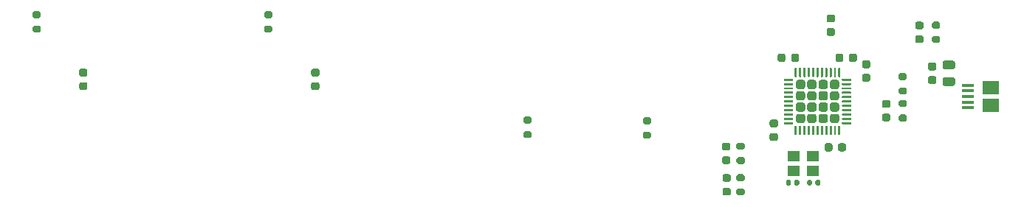
<source format=gbp>
G04 #@! TF.GenerationSoftware,KiCad,Pcbnew,(5.1.10)-1*
G04 #@! TF.CreationDate,2021-08-19T15:29:53-07:00*
G04 #@! TF.ProjectId,TBM930 - De-ice panel,54424d39-3330-4202-9d20-44652d696365,rev?*
G04 #@! TF.SameCoordinates,Original*
G04 #@! TF.FileFunction,Paste,Bot*
G04 #@! TF.FilePolarity,Positive*
%FSLAX46Y46*%
G04 Gerber Fmt 4.6, Leading zero omitted, Abs format (unit mm)*
G04 Created by KiCad (PCBNEW (5.1.10)-1) date 2021-08-19 15:29:53*
%MOMM*%
%LPD*%
G01*
G04 APERTURE LIST*
%ADD10R,1.400000X1.200000*%
%ADD11R,1.900000X1.500000*%
%ADD12R,1.350000X0.400000*%
G04 APERTURE END LIST*
D10*
X205656000Y-134849500D03*
X207856000Y-134849500D03*
X207856000Y-136549500D03*
X205656000Y-136549500D03*
G36*
G01*
X212282000Y-126025236D02*
X212282000Y-126150236D01*
G75*
G02*
X212219500Y-126212736I-62500J0D01*
G01*
X211269500Y-126212736D01*
G75*
G02*
X211207000Y-126150236I0J62500D01*
G01*
X211207000Y-126025236D01*
G75*
G02*
X211269500Y-125962736I62500J0D01*
G01*
X212219500Y-125962736D01*
G75*
G02*
X212282000Y-126025236I0J-62500D01*
G01*
G37*
G36*
G01*
X212282000Y-126525236D02*
X212282000Y-126650236D01*
G75*
G02*
X212219500Y-126712736I-62500J0D01*
G01*
X211269500Y-126712736D01*
G75*
G02*
X211207000Y-126650236I0J62500D01*
G01*
X211207000Y-126525236D01*
G75*
G02*
X211269500Y-126462736I62500J0D01*
G01*
X212219500Y-126462736D01*
G75*
G02*
X212282000Y-126525236I0J-62500D01*
G01*
G37*
G36*
G01*
X212282000Y-127025236D02*
X212282000Y-127150236D01*
G75*
G02*
X212219500Y-127212736I-62500J0D01*
G01*
X211269500Y-127212736D01*
G75*
G02*
X211207000Y-127150236I0J62500D01*
G01*
X211207000Y-127025236D01*
G75*
G02*
X211269500Y-126962736I62500J0D01*
G01*
X212219500Y-126962736D01*
G75*
G02*
X212282000Y-127025236I0J-62500D01*
G01*
G37*
G36*
G01*
X212282000Y-127525236D02*
X212282000Y-127650236D01*
G75*
G02*
X212219500Y-127712736I-62500J0D01*
G01*
X211269500Y-127712736D01*
G75*
G02*
X211207000Y-127650236I0J62500D01*
G01*
X211207000Y-127525236D01*
G75*
G02*
X211269500Y-127462736I62500J0D01*
G01*
X212219500Y-127462736D01*
G75*
G02*
X212282000Y-127525236I0J-62500D01*
G01*
G37*
G36*
G01*
X212282000Y-128025236D02*
X212282000Y-128150236D01*
G75*
G02*
X212219500Y-128212736I-62500J0D01*
G01*
X211269500Y-128212736D01*
G75*
G02*
X211207000Y-128150236I0J62500D01*
G01*
X211207000Y-128025236D01*
G75*
G02*
X211269500Y-127962736I62500J0D01*
G01*
X212219500Y-127962736D01*
G75*
G02*
X212282000Y-128025236I0J-62500D01*
G01*
G37*
G36*
G01*
X212282000Y-128525236D02*
X212282000Y-128650236D01*
G75*
G02*
X212219500Y-128712736I-62500J0D01*
G01*
X211269500Y-128712736D01*
G75*
G02*
X211207000Y-128650236I0J62500D01*
G01*
X211207000Y-128525236D01*
G75*
G02*
X211269500Y-128462736I62500J0D01*
G01*
X212219500Y-128462736D01*
G75*
G02*
X212282000Y-128525236I0J-62500D01*
G01*
G37*
G36*
G01*
X212282000Y-129025236D02*
X212282000Y-129150236D01*
G75*
G02*
X212219500Y-129212736I-62500J0D01*
G01*
X211269500Y-129212736D01*
G75*
G02*
X211207000Y-129150236I0J62500D01*
G01*
X211207000Y-129025236D01*
G75*
G02*
X211269500Y-128962736I62500J0D01*
G01*
X212219500Y-128962736D01*
G75*
G02*
X212282000Y-129025236I0J-62500D01*
G01*
G37*
G36*
G01*
X212282000Y-129525236D02*
X212282000Y-129650236D01*
G75*
G02*
X212219500Y-129712736I-62500J0D01*
G01*
X211269500Y-129712736D01*
G75*
G02*
X211207000Y-129650236I0J62500D01*
G01*
X211207000Y-129525236D01*
G75*
G02*
X211269500Y-129462736I62500J0D01*
G01*
X212219500Y-129462736D01*
G75*
G02*
X212282000Y-129525236I0J-62500D01*
G01*
G37*
G36*
G01*
X212282000Y-130025236D02*
X212282000Y-130150236D01*
G75*
G02*
X212219500Y-130212736I-62500J0D01*
G01*
X211269500Y-130212736D01*
G75*
G02*
X211207000Y-130150236I0J62500D01*
G01*
X211207000Y-130025236D01*
G75*
G02*
X211269500Y-129962736I62500J0D01*
G01*
X212219500Y-129962736D01*
G75*
G02*
X212282000Y-130025236I0J-62500D01*
G01*
G37*
G36*
G01*
X212282000Y-130525236D02*
X212282000Y-130650236D01*
G75*
G02*
X212219500Y-130712736I-62500J0D01*
G01*
X211269500Y-130712736D01*
G75*
G02*
X211207000Y-130650236I0J62500D01*
G01*
X211207000Y-130525236D01*
G75*
G02*
X211269500Y-130462736I62500J0D01*
G01*
X212219500Y-130462736D01*
G75*
G02*
X212282000Y-130525236I0J-62500D01*
G01*
G37*
G36*
G01*
X212282000Y-131025236D02*
X212282000Y-131150236D01*
G75*
G02*
X212219500Y-131212736I-62500J0D01*
G01*
X211269500Y-131212736D01*
G75*
G02*
X211207000Y-131150236I0J62500D01*
G01*
X211207000Y-131025236D01*
G75*
G02*
X211269500Y-130962736I62500J0D01*
G01*
X212219500Y-130962736D01*
G75*
G02*
X212282000Y-131025236I0J-62500D01*
G01*
G37*
G36*
G01*
X211032000Y-131450236D02*
X211032000Y-132400236D01*
G75*
G02*
X210969500Y-132462736I-62500J0D01*
G01*
X210844500Y-132462736D01*
G75*
G02*
X210782000Y-132400236I0J62500D01*
G01*
X210782000Y-131450236D01*
G75*
G02*
X210844500Y-131387736I62500J0D01*
G01*
X210969500Y-131387736D01*
G75*
G02*
X211032000Y-131450236I0J-62500D01*
G01*
G37*
G36*
G01*
X210532000Y-131450236D02*
X210532000Y-132400236D01*
G75*
G02*
X210469500Y-132462736I-62500J0D01*
G01*
X210344500Y-132462736D01*
G75*
G02*
X210282000Y-132400236I0J62500D01*
G01*
X210282000Y-131450236D01*
G75*
G02*
X210344500Y-131387736I62500J0D01*
G01*
X210469500Y-131387736D01*
G75*
G02*
X210532000Y-131450236I0J-62500D01*
G01*
G37*
G36*
G01*
X210032000Y-131450236D02*
X210032000Y-132400236D01*
G75*
G02*
X209969500Y-132462736I-62500J0D01*
G01*
X209844500Y-132462736D01*
G75*
G02*
X209782000Y-132400236I0J62500D01*
G01*
X209782000Y-131450236D01*
G75*
G02*
X209844500Y-131387736I62500J0D01*
G01*
X209969500Y-131387736D01*
G75*
G02*
X210032000Y-131450236I0J-62500D01*
G01*
G37*
G36*
G01*
X209532000Y-131450236D02*
X209532000Y-132400236D01*
G75*
G02*
X209469500Y-132462736I-62500J0D01*
G01*
X209344500Y-132462736D01*
G75*
G02*
X209282000Y-132400236I0J62500D01*
G01*
X209282000Y-131450236D01*
G75*
G02*
X209344500Y-131387736I62500J0D01*
G01*
X209469500Y-131387736D01*
G75*
G02*
X209532000Y-131450236I0J-62500D01*
G01*
G37*
G36*
G01*
X209032000Y-131450236D02*
X209032000Y-132400236D01*
G75*
G02*
X208969500Y-132462736I-62500J0D01*
G01*
X208844500Y-132462736D01*
G75*
G02*
X208782000Y-132400236I0J62500D01*
G01*
X208782000Y-131450236D01*
G75*
G02*
X208844500Y-131387736I62500J0D01*
G01*
X208969500Y-131387736D01*
G75*
G02*
X209032000Y-131450236I0J-62500D01*
G01*
G37*
G36*
G01*
X208532000Y-131450236D02*
X208532000Y-132400236D01*
G75*
G02*
X208469500Y-132462736I-62500J0D01*
G01*
X208344500Y-132462736D01*
G75*
G02*
X208282000Y-132400236I0J62500D01*
G01*
X208282000Y-131450236D01*
G75*
G02*
X208344500Y-131387736I62500J0D01*
G01*
X208469500Y-131387736D01*
G75*
G02*
X208532000Y-131450236I0J-62500D01*
G01*
G37*
G36*
G01*
X208032000Y-131450236D02*
X208032000Y-132400236D01*
G75*
G02*
X207969500Y-132462736I-62500J0D01*
G01*
X207844500Y-132462736D01*
G75*
G02*
X207782000Y-132400236I0J62500D01*
G01*
X207782000Y-131450236D01*
G75*
G02*
X207844500Y-131387736I62500J0D01*
G01*
X207969500Y-131387736D01*
G75*
G02*
X208032000Y-131450236I0J-62500D01*
G01*
G37*
G36*
G01*
X207532000Y-131450236D02*
X207532000Y-132400236D01*
G75*
G02*
X207469500Y-132462736I-62500J0D01*
G01*
X207344500Y-132462736D01*
G75*
G02*
X207282000Y-132400236I0J62500D01*
G01*
X207282000Y-131450236D01*
G75*
G02*
X207344500Y-131387736I62500J0D01*
G01*
X207469500Y-131387736D01*
G75*
G02*
X207532000Y-131450236I0J-62500D01*
G01*
G37*
G36*
G01*
X207032000Y-131450236D02*
X207032000Y-132400236D01*
G75*
G02*
X206969500Y-132462736I-62500J0D01*
G01*
X206844500Y-132462736D01*
G75*
G02*
X206782000Y-132400236I0J62500D01*
G01*
X206782000Y-131450236D01*
G75*
G02*
X206844500Y-131387736I62500J0D01*
G01*
X206969500Y-131387736D01*
G75*
G02*
X207032000Y-131450236I0J-62500D01*
G01*
G37*
G36*
G01*
X206532000Y-131450236D02*
X206532000Y-132400236D01*
G75*
G02*
X206469500Y-132462736I-62500J0D01*
G01*
X206344500Y-132462736D01*
G75*
G02*
X206282000Y-132400236I0J62500D01*
G01*
X206282000Y-131450236D01*
G75*
G02*
X206344500Y-131387736I62500J0D01*
G01*
X206469500Y-131387736D01*
G75*
G02*
X206532000Y-131450236I0J-62500D01*
G01*
G37*
G36*
G01*
X206032000Y-131450236D02*
X206032000Y-132400236D01*
G75*
G02*
X205969500Y-132462736I-62500J0D01*
G01*
X205844500Y-132462736D01*
G75*
G02*
X205782000Y-132400236I0J62500D01*
G01*
X205782000Y-131450236D01*
G75*
G02*
X205844500Y-131387736I62500J0D01*
G01*
X205969500Y-131387736D01*
G75*
G02*
X206032000Y-131450236I0J-62500D01*
G01*
G37*
G36*
G01*
X205607000Y-131025236D02*
X205607000Y-131150236D01*
G75*
G02*
X205544500Y-131212736I-62500J0D01*
G01*
X204594500Y-131212736D01*
G75*
G02*
X204532000Y-131150236I0J62500D01*
G01*
X204532000Y-131025236D01*
G75*
G02*
X204594500Y-130962736I62500J0D01*
G01*
X205544500Y-130962736D01*
G75*
G02*
X205607000Y-131025236I0J-62500D01*
G01*
G37*
G36*
G01*
X205607000Y-130525236D02*
X205607000Y-130650236D01*
G75*
G02*
X205544500Y-130712736I-62500J0D01*
G01*
X204594500Y-130712736D01*
G75*
G02*
X204532000Y-130650236I0J62500D01*
G01*
X204532000Y-130525236D01*
G75*
G02*
X204594500Y-130462736I62500J0D01*
G01*
X205544500Y-130462736D01*
G75*
G02*
X205607000Y-130525236I0J-62500D01*
G01*
G37*
G36*
G01*
X205607000Y-130025236D02*
X205607000Y-130150236D01*
G75*
G02*
X205544500Y-130212736I-62500J0D01*
G01*
X204594500Y-130212736D01*
G75*
G02*
X204532000Y-130150236I0J62500D01*
G01*
X204532000Y-130025236D01*
G75*
G02*
X204594500Y-129962736I62500J0D01*
G01*
X205544500Y-129962736D01*
G75*
G02*
X205607000Y-130025236I0J-62500D01*
G01*
G37*
G36*
G01*
X205607000Y-129525236D02*
X205607000Y-129650236D01*
G75*
G02*
X205544500Y-129712736I-62500J0D01*
G01*
X204594500Y-129712736D01*
G75*
G02*
X204532000Y-129650236I0J62500D01*
G01*
X204532000Y-129525236D01*
G75*
G02*
X204594500Y-129462736I62500J0D01*
G01*
X205544500Y-129462736D01*
G75*
G02*
X205607000Y-129525236I0J-62500D01*
G01*
G37*
G36*
G01*
X205607000Y-129025236D02*
X205607000Y-129150236D01*
G75*
G02*
X205544500Y-129212736I-62500J0D01*
G01*
X204594500Y-129212736D01*
G75*
G02*
X204532000Y-129150236I0J62500D01*
G01*
X204532000Y-129025236D01*
G75*
G02*
X204594500Y-128962736I62500J0D01*
G01*
X205544500Y-128962736D01*
G75*
G02*
X205607000Y-129025236I0J-62500D01*
G01*
G37*
G36*
G01*
X205607000Y-128525236D02*
X205607000Y-128650236D01*
G75*
G02*
X205544500Y-128712736I-62500J0D01*
G01*
X204594500Y-128712736D01*
G75*
G02*
X204532000Y-128650236I0J62500D01*
G01*
X204532000Y-128525236D01*
G75*
G02*
X204594500Y-128462736I62500J0D01*
G01*
X205544500Y-128462736D01*
G75*
G02*
X205607000Y-128525236I0J-62500D01*
G01*
G37*
G36*
G01*
X205607000Y-128025236D02*
X205607000Y-128150236D01*
G75*
G02*
X205544500Y-128212736I-62500J0D01*
G01*
X204594500Y-128212736D01*
G75*
G02*
X204532000Y-128150236I0J62500D01*
G01*
X204532000Y-128025236D01*
G75*
G02*
X204594500Y-127962736I62500J0D01*
G01*
X205544500Y-127962736D01*
G75*
G02*
X205607000Y-128025236I0J-62500D01*
G01*
G37*
G36*
G01*
X205607000Y-127525236D02*
X205607000Y-127650236D01*
G75*
G02*
X205544500Y-127712736I-62500J0D01*
G01*
X204594500Y-127712736D01*
G75*
G02*
X204532000Y-127650236I0J62500D01*
G01*
X204532000Y-127525236D01*
G75*
G02*
X204594500Y-127462736I62500J0D01*
G01*
X205544500Y-127462736D01*
G75*
G02*
X205607000Y-127525236I0J-62500D01*
G01*
G37*
G36*
G01*
X205607000Y-127025236D02*
X205607000Y-127150236D01*
G75*
G02*
X205544500Y-127212736I-62500J0D01*
G01*
X204594500Y-127212736D01*
G75*
G02*
X204532000Y-127150236I0J62500D01*
G01*
X204532000Y-127025236D01*
G75*
G02*
X204594500Y-126962736I62500J0D01*
G01*
X205544500Y-126962736D01*
G75*
G02*
X205607000Y-127025236I0J-62500D01*
G01*
G37*
G36*
G01*
X205607000Y-126525236D02*
X205607000Y-126650236D01*
G75*
G02*
X205544500Y-126712736I-62500J0D01*
G01*
X204594500Y-126712736D01*
G75*
G02*
X204532000Y-126650236I0J62500D01*
G01*
X204532000Y-126525236D01*
G75*
G02*
X204594500Y-126462736I62500J0D01*
G01*
X205544500Y-126462736D01*
G75*
G02*
X205607000Y-126525236I0J-62500D01*
G01*
G37*
G36*
G01*
X205607000Y-126025236D02*
X205607000Y-126150236D01*
G75*
G02*
X205544500Y-126212736I-62500J0D01*
G01*
X204594500Y-126212736D01*
G75*
G02*
X204532000Y-126150236I0J62500D01*
G01*
X204532000Y-126025236D01*
G75*
G02*
X204594500Y-125962736I62500J0D01*
G01*
X205544500Y-125962736D01*
G75*
G02*
X205607000Y-126025236I0J-62500D01*
G01*
G37*
G36*
G01*
X206032000Y-124775236D02*
X206032000Y-125725236D01*
G75*
G02*
X205969500Y-125787736I-62500J0D01*
G01*
X205844500Y-125787736D01*
G75*
G02*
X205782000Y-125725236I0J62500D01*
G01*
X205782000Y-124775236D01*
G75*
G02*
X205844500Y-124712736I62500J0D01*
G01*
X205969500Y-124712736D01*
G75*
G02*
X206032000Y-124775236I0J-62500D01*
G01*
G37*
G36*
G01*
X206532000Y-124775236D02*
X206532000Y-125725236D01*
G75*
G02*
X206469500Y-125787736I-62500J0D01*
G01*
X206344500Y-125787736D01*
G75*
G02*
X206282000Y-125725236I0J62500D01*
G01*
X206282000Y-124775236D01*
G75*
G02*
X206344500Y-124712736I62500J0D01*
G01*
X206469500Y-124712736D01*
G75*
G02*
X206532000Y-124775236I0J-62500D01*
G01*
G37*
G36*
G01*
X207032000Y-124775236D02*
X207032000Y-125725236D01*
G75*
G02*
X206969500Y-125787736I-62500J0D01*
G01*
X206844500Y-125787736D01*
G75*
G02*
X206782000Y-125725236I0J62500D01*
G01*
X206782000Y-124775236D01*
G75*
G02*
X206844500Y-124712736I62500J0D01*
G01*
X206969500Y-124712736D01*
G75*
G02*
X207032000Y-124775236I0J-62500D01*
G01*
G37*
G36*
G01*
X207532000Y-124775236D02*
X207532000Y-125725236D01*
G75*
G02*
X207469500Y-125787736I-62500J0D01*
G01*
X207344500Y-125787736D01*
G75*
G02*
X207282000Y-125725236I0J62500D01*
G01*
X207282000Y-124775236D01*
G75*
G02*
X207344500Y-124712736I62500J0D01*
G01*
X207469500Y-124712736D01*
G75*
G02*
X207532000Y-124775236I0J-62500D01*
G01*
G37*
G36*
G01*
X208032000Y-124775236D02*
X208032000Y-125725236D01*
G75*
G02*
X207969500Y-125787736I-62500J0D01*
G01*
X207844500Y-125787736D01*
G75*
G02*
X207782000Y-125725236I0J62500D01*
G01*
X207782000Y-124775236D01*
G75*
G02*
X207844500Y-124712736I62500J0D01*
G01*
X207969500Y-124712736D01*
G75*
G02*
X208032000Y-124775236I0J-62500D01*
G01*
G37*
G36*
G01*
X208532000Y-124775236D02*
X208532000Y-125725236D01*
G75*
G02*
X208469500Y-125787736I-62500J0D01*
G01*
X208344500Y-125787736D01*
G75*
G02*
X208282000Y-125725236I0J62500D01*
G01*
X208282000Y-124775236D01*
G75*
G02*
X208344500Y-124712736I62500J0D01*
G01*
X208469500Y-124712736D01*
G75*
G02*
X208532000Y-124775236I0J-62500D01*
G01*
G37*
G36*
G01*
X209032000Y-124775236D02*
X209032000Y-125725236D01*
G75*
G02*
X208969500Y-125787736I-62500J0D01*
G01*
X208844500Y-125787736D01*
G75*
G02*
X208782000Y-125725236I0J62500D01*
G01*
X208782000Y-124775236D01*
G75*
G02*
X208844500Y-124712736I62500J0D01*
G01*
X208969500Y-124712736D01*
G75*
G02*
X209032000Y-124775236I0J-62500D01*
G01*
G37*
G36*
G01*
X209532000Y-124775236D02*
X209532000Y-125725236D01*
G75*
G02*
X209469500Y-125787736I-62500J0D01*
G01*
X209344500Y-125787736D01*
G75*
G02*
X209282000Y-125725236I0J62500D01*
G01*
X209282000Y-124775236D01*
G75*
G02*
X209344500Y-124712736I62500J0D01*
G01*
X209469500Y-124712736D01*
G75*
G02*
X209532000Y-124775236I0J-62500D01*
G01*
G37*
G36*
G01*
X210032000Y-124775236D02*
X210032000Y-125725236D01*
G75*
G02*
X209969500Y-125787736I-62500J0D01*
G01*
X209844500Y-125787736D01*
G75*
G02*
X209782000Y-125725236I0J62500D01*
G01*
X209782000Y-124775236D01*
G75*
G02*
X209844500Y-124712736I62500J0D01*
G01*
X209969500Y-124712736D01*
G75*
G02*
X210032000Y-124775236I0J-62500D01*
G01*
G37*
G36*
G01*
X210532000Y-124775236D02*
X210532000Y-125725236D01*
G75*
G02*
X210469500Y-125787736I-62500J0D01*
G01*
X210344500Y-125787736D01*
G75*
G02*
X210282000Y-125725236I0J62500D01*
G01*
X210282000Y-124775236D01*
G75*
G02*
X210344500Y-124712736I62500J0D01*
G01*
X210469500Y-124712736D01*
G75*
G02*
X210532000Y-124775236I0J-62500D01*
G01*
G37*
G36*
G01*
X211032000Y-124775236D02*
X211032000Y-125725236D01*
G75*
G02*
X210969500Y-125787736I-62500J0D01*
G01*
X210844500Y-125787736D01*
G75*
G02*
X210782000Y-125725236I0J62500D01*
G01*
X210782000Y-124775236D01*
G75*
G02*
X210844500Y-124712736I62500J0D01*
G01*
X210969500Y-124712736D01*
G75*
G02*
X211032000Y-124775236I0J-62500D01*
G01*
G37*
G36*
G01*
X210882000Y-126362735D02*
X210882000Y-126912737D01*
G75*
G02*
X210632001Y-127162736I-249999J0D01*
G01*
X210081999Y-127162736D01*
G75*
G02*
X209832000Y-126912737I0J249999D01*
G01*
X209832000Y-126362735D01*
G75*
G02*
X210081999Y-126112736I249999J0D01*
G01*
X210632001Y-126112736D01*
G75*
G02*
X210882000Y-126362735I0J-249999D01*
G01*
G37*
G36*
G01*
X210882000Y-127662735D02*
X210882000Y-128212737D01*
G75*
G02*
X210632001Y-128462736I-249999J0D01*
G01*
X210081999Y-128462736D01*
G75*
G02*
X209832000Y-128212737I0J249999D01*
G01*
X209832000Y-127662735D01*
G75*
G02*
X210081999Y-127412736I249999J0D01*
G01*
X210632001Y-127412736D01*
G75*
G02*
X210882000Y-127662735I0J-249999D01*
G01*
G37*
G36*
G01*
X210882000Y-128962735D02*
X210882000Y-129512737D01*
G75*
G02*
X210632001Y-129762736I-249999J0D01*
G01*
X210081999Y-129762736D01*
G75*
G02*
X209832000Y-129512737I0J249999D01*
G01*
X209832000Y-128962735D01*
G75*
G02*
X210081999Y-128712736I249999J0D01*
G01*
X210632001Y-128712736D01*
G75*
G02*
X210882000Y-128962735I0J-249999D01*
G01*
G37*
G36*
G01*
X210882000Y-130262735D02*
X210882000Y-130812737D01*
G75*
G02*
X210632001Y-131062736I-249999J0D01*
G01*
X210081999Y-131062736D01*
G75*
G02*
X209832000Y-130812737I0J249999D01*
G01*
X209832000Y-130262735D01*
G75*
G02*
X210081999Y-130012736I249999J0D01*
G01*
X210632001Y-130012736D01*
G75*
G02*
X210882000Y-130262735I0J-249999D01*
G01*
G37*
G36*
G01*
X209582000Y-126362735D02*
X209582000Y-126912737D01*
G75*
G02*
X209332001Y-127162736I-249999J0D01*
G01*
X208781999Y-127162736D01*
G75*
G02*
X208532000Y-126912737I0J249999D01*
G01*
X208532000Y-126362735D01*
G75*
G02*
X208781999Y-126112736I249999J0D01*
G01*
X209332001Y-126112736D01*
G75*
G02*
X209582000Y-126362735I0J-249999D01*
G01*
G37*
G36*
G01*
X209582000Y-127662735D02*
X209582000Y-128212737D01*
G75*
G02*
X209332001Y-128462736I-249999J0D01*
G01*
X208781999Y-128462736D01*
G75*
G02*
X208532000Y-128212737I0J249999D01*
G01*
X208532000Y-127662735D01*
G75*
G02*
X208781999Y-127412736I249999J0D01*
G01*
X209332001Y-127412736D01*
G75*
G02*
X209582000Y-127662735I0J-249999D01*
G01*
G37*
G36*
G01*
X209582000Y-128962735D02*
X209582000Y-129512737D01*
G75*
G02*
X209332001Y-129762736I-249999J0D01*
G01*
X208781999Y-129762736D01*
G75*
G02*
X208532000Y-129512737I0J249999D01*
G01*
X208532000Y-128962735D01*
G75*
G02*
X208781999Y-128712736I249999J0D01*
G01*
X209332001Y-128712736D01*
G75*
G02*
X209582000Y-128962735I0J-249999D01*
G01*
G37*
G36*
G01*
X209582000Y-130262735D02*
X209582000Y-130812737D01*
G75*
G02*
X209332001Y-131062736I-249999J0D01*
G01*
X208781999Y-131062736D01*
G75*
G02*
X208532000Y-130812737I0J249999D01*
G01*
X208532000Y-130262735D01*
G75*
G02*
X208781999Y-130012736I249999J0D01*
G01*
X209332001Y-130012736D01*
G75*
G02*
X209582000Y-130262735I0J-249999D01*
G01*
G37*
G36*
G01*
X208282000Y-126362735D02*
X208282000Y-126912737D01*
G75*
G02*
X208032001Y-127162736I-249999J0D01*
G01*
X207481999Y-127162736D01*
G75*
G02*
X207232000Y-126912737I0J249999D01*
G01*
X207232000Y-126362735D01*
G75*
G02*
X207481999Y-126112736I249999J0D01*
G01*
X208032001Y-126112736D01*
G75*
G02*
X208282000Y-126362735I0J-249999D01*
G01*
G37*
G36*
G01*
X208282000Y-127662735D02*
X208282000Y-128212737D01*
G75*
G02*
X208032001Y-128462736I-249999J0D01*
G01*
X207481999Y-128462736D01*
G75*
G02*
X207232000Y-128212737I0J249999D01*
G01*
X207232000Y-127662735D01*
G75*
G02*
X207481999Y-127412736I249999J0D01*
G01*
X208032001Y-127412736D01*
G75*
G02*
X208282000Y-127662735I0J-249999D01*
G01*
G37*
G36*
G01*
X208282000Y-128962735D02*
X208282000Y-129512737D01*
G75*
G02*
X208032001Y-129762736I-249999J0D01*
G01*
X207481999Y-129762736D01*
G75*
G02*
X207232000Y-129512737I0J249999D01*
G01*
X207232000Y-128962735D01*
G75*
G02*
X207481999Y-128712736I249999J0D01*
G01*
X208032001Y-128712736D01*
G75*
G02*
X208282000Y-128962735I0J-249999D01*
G01*
G37*
G36*
G01*
X208282000Y-130262735D02*
X208282000Y-130812737D01*
G75*
G02*
X208032001Y-131062736I-249999J0D01*
G01*
X207481999Y-131062736D01*
G75*
G02*
X207232000Y-130812737I0J249999D01*
G01*
X207232000Y-130262735D01*
G75*
G02*
X207481999Y-130012736I249999J0D01*
G01*
X208032001Y-130012736D01*
G75*
G02*
X208282000Y-130262735I0J-249999D01*
G01*
G37*
G36*
G01*
X206982000Y-126362735D02*
X206982000Y-126912737D01*
G75*
G02*
X206732001Y-127162736I-249999J0D01*
G01*
X206181999Y-127162736D01*
G75*
G02*
X205932000Y-126912737I0J249999D01*
G01*
X205932000Y-126362735D01*
G75*
G02*
X206181999Y-126112736I249999J0D01*
G01*
X206732001Y-126112736D01*
G75*
G02*
X206982000Y-126362735I0J-249999D01*
G01*
G37*
G36*
G01*
X206982000Y-127662735D02*
X206982000Y-128212737D01*
G75*
G02*
X206732001Y-128462736I-249999J0D01*
G01*
X206181999Y-128462736D01*
G75*
G02*
X205932000Y-128212737I0J249999D01*
G01*
X205932000Y-127662735D01*
G75*
G02*
X206181999Y-127412736I249999J0D01*
G01*
X206732001Y-127412736D01*
G75*
G02*
X206982000Y-127662735I0J-249999D01*
G01*
G37*
G36*
G01*
X206982000Y-128962735D02*
X206982000Y-129512737D01*
G75*
G02*
X206732001Y-129762736I-249999J0D01*
G01*
X206181999Y-129762736D01*
G75*
G02*
X205932000Y-129512737I0J249999D01*
G01*
X205932000Y-128962735D01*
G75*
G02*
X206181999Y-128712736I249999J0D01*
G01*
X206732001Y-128712736D01*
G75*
G02*
X206982000Y-128962735I0J-249999D01*
G01*
G37*
G36*
G01*
X206982000Y-130262735D02*
X206982000Y-130812737D01*
G75*
G02*
X206732001Y-131062736I-249999J0D01*
G01*
X206181999Y-131062736D01*
G75*
G02*
X205932000Y-130812737I0J249999D01*
G01*
X205932000Y-130262735D01*
G75*
G02*
X206181999Y-130012736I249999J0D01*
G01*
X206732001Y-130012736D01*
G75*
G02*
X206982000Y-130262735I0J-249999D01*
G01*
G37*
G36*
G01*
X216531000Y-130879000D02*
X216031000Y-130879000D01*
G75*
G02*
X215806000Y-130654000I0J225000D01*
G01*
X215806000Y-130204000D01*
G75*
G02*
X216031000Y-129979000I225000J0D01*
G01*
X216531000Y-129979000D01*
G75*
G02*
X216756000Y-130204000I0J-225000D01*
G01*
X216756000Y-130654000D01*
G75*
G02*
X216531000Y-130879000I-225000J0D01*
G01*
G37*
G36*
G01*
X216531000Y-129329000D02*
X216031000Y-129329000D01*
G75*
G02*
X215806000Y-129104000I0J225000D01*
G01*
X215806000Y-128654000D01*
G75*
G02*
X216031000Y-128429000I225000J0D01*
G01*
X216531000Y-128429000D01*
G75*
G02*
X216756000Y-128654000I0J-225000D01*
G01*
X216756000Y-129104000D01*
G75*
G02*
X216531000Y-129329000I-225000J0D01*
G01*
G37*
G36*
G01*
X221301500Y-125674000D02*
X221801500Y-125674000D01*
G75*
G02*
X222026500Y-125899000I0J-225000D01*
G01*
X222026500Y-126349000D01*
G75*
G02*
X221801500Y-126574000I-225000J0D01*
G01*
X221301500Y-126574000D01*
G75*
G02*
X221076500Y-126349000I0J225000D01*
G01*
X221076500Y-125899000D01*
G75*
G02*
X221301500Y-125674000I225000J0D01*
G01*
G37*
G36*
G01*
X221301500Y-124124000D02*
X221801500Y-124124000D01*
G75*
G02*
X222026500Y-124349000I0J-225000D01*
G01*
X222026500Y-124799000D01*
G75*
G02*
X221801500Y-125024000I-225000J0D01*
G01*
X221301500Y-125024000D01*
G75*
G02*
X221076500Y-124799000I0J225000D01*
G01*
X221076500Y-124349000D01*
G75*
G02*
X221301500Y-124124000I225000J0D01*
G01*
G37*
G36*
G01*
X203140500Y-132214500D02*
X203640500Y-132214500D01*
G75*
G02*
X203865500Y-132439500I0J-225000D01*
G01*
X203865500Y-132889500D01*
G75*
G02*
X203640500Y-133114500I-225000J0D01*
G01*
X203140500Y-133114500D01*
G75*
G02*
X202915500Y-132889500I0J225000D01*
G01*
X202915500Y-132439500D01*
G75*
G02*
X203140500Y-132214500I225000J0D01*
G01*
G37*
G36*
G01*
X203140500Y-130664500D02*
X203640500Y-130664500D01*
G75*
G02*
X203865500Y-130889500I0J-225000D01*
G01*
X203865500Y-131339500D01*
G75*
G02*
X203640500Y-131564500I-225000J0D01*
G01*
X203140500Y-131564500D01*
G75*
G02*
X202915500Y-131339500I0J225000D01*
G01*
X202915500Y-130889500D01*
G75*
G02*
X203140500Y-130664500I225000J0D01*
G01*
G37*
G36*
G01*
X220347250Y-121875000D02*
X219834750Y-121875000D01*
G75*
G02*
X219616000Y-121656250I0J218750D01*
G01*
X219616000Y-121218750D01*
G75*
G02*
X219834750Y-121000000I218750J0D01*
G01*
X220347250Y-121000000D01*
G75*
G02*
X220566000Y-121218750I0J-218750D01*
G01*
X220566000Y-121656250D01*
G75*
G02*
X220347250Y-121875000I-218750J0D01*
G01*
G37*
G36*
G01*
X220347250Y-120300000D02*
X219834750Y-120300000D01*
G75*
G02*
X219616000Y-120081250I0J218750D01*
G01*
X219616000Y-119643750D01*
G75*
G02*
X219834750Y-119425000I218750J0D01*
G01*
X220347250Y-119425000D01*
G75*
G02*
X220566000Y-119643750I0J-218750D01*
G01*
X220566000Y-120081250D01*
G75*
G02*
X220347250Y-120300000I-218750J0D01*
G01*
G37*
G36*
G01*
X198249250Y-137826000D02*
X197736750Y-137826000D01*
G75*
G02*
X197518000Y-137607250I0J218750D01*
G01*
X197518000Y-137169750D01*
G75*
G02*
X197736750Y-136951000I218750J0D01*
G01*
X198249250Y-136951000D01*
G75*
G02*
X198468000Y-137169750I0J-218750D01*
G01*
X198468000Y-137607250D01*
G75*
G02*
X198249250Y-137826000I-218750J0D01*
G01*
G37*
G36*
G01*
X198249250Y-139401000D02*
X197736750Y-139401000D01*
G75*
G02*
X197518000Y-139182250I0J218750D01*
G01*
X197518000Y-138744750D01*
G75*
G02*
X197736750Y-138526000I218750J0D01*
G01*
X198249250Y-138526000D01*
G75*
G02*
X198468000Y-138744750I0J-218750D01*
G01*
X198468000Y-139182250D01*
G75*
G02*
X198249250Y-139401000I-218750J0D01*
G01*
G37*
G36*
G01*
X197673250Y-133331500D02*
X198185750Y-133331500D01*
G75*
G02*
X198404500Y-133550250I0J-218750D01*
G01*
X198404500Y-133987750D01*
G75*
G02*
X198185750Y-134206500I-218750J0D01*
G01*
X197673250Y-134206500D01*
G75*
G02*
X197454500Y-133987750I0J218750D01*
G01*
X197454500Y-133550250D01*
G75*
G02*
X197673250Y-133331500I218750J0D01*
G01*
G37*
G36*
G01*
X197673250Y-134906500D02*
X198185750Y-134906500D01*
G75*
G02*
X198404500Y-135125250I0J-218750D01*
G01*
X198404500Y-135562750D01*
G75*
G02*
X198185750Y-135781500I-218750J0D01*
G01*
X197673250Y-135781500D01*
G75*
G02*
X197454500Y-135562750I0J218750D01*
G01*
X197454500Y-135125250D01*
G75*
G02*
X197673250Y-134906500I218750J0D01*
G01*
G37*
D11*
X228313500Y-129016000D03*
D12*
X225613500Y-127366000D03*
X225613500Y-126716000D03*
X225613500Y-129316000D03*
X225613500Y-128666000D03*
X225613500Y-128016000D03*
D11*
X228313500Y-127016000D03*
G36*
G01*
X189124000Y-132860500D02*
X188574000Y-132860500D01*
G75*
G02*
X188374000Y-132660500I0J200000D01*
G01*
X188374000Y-132260500D01*
G75*
G02*
X188574000Y-132060500I200000J0D01*
G01*
X189124000Y-132060500D01*
G75*
G02*
X189324000Y-132260500I0J-200000D01*
G01*
X189324000Y-132660500D01*
G75*
G02*
X189124000Y-132860500I-200000J0D01*
G01*
G37*
G36*
G01*
X189124000Y-131210500D02*
X188574000Y-131210500D01*
G75*
G02*
X188374000Y-131010500I0J200000D01*
G01*
X188374000Y-130610500D01*
G75*
G02*
X188574000Y-130410500I200000J0D01*
G01*
X189124000Y-130410500D01*
G75*
G02*
X189324000Y-130610500I0J-200000D01*
G01*
X189324000Y-131010500D01*
G75*
G02*
X189124000Y-131210500I-200000J0D01*
G01*
G37*
G36*
G01*
X218461000Y-130892000D02*
X217911000Y-130892000D01*
G75*
G02*
X217711000Y-130692000I0J200000D01*
G01*
X217711000Y-130292000D01*
G75*
G02*
X217911000Y-130092000I200000J0D01*
G01*
X218461000Y-130092000D01*
G75*
G02*
X218661000Y-130292000I0J-200000D01*
G01*
X218661000Y-130692000D01*
G75*
G02*
X218461000Y-130892000I-200000J0D01*
G01*
G37*
G36*
G01*
X218461000Y-129242000D02*
X217911000Y-129242000D01*
G75*
G02*
X217711000Y-129042000I0J200000D01*
G01*
X217711000Y-128642000D01*
G75*
G02*
X217911000Y-128442000I200000J0D01*
G01*
X218461000Y-128442000D01*
G75*
G02*
X218661000Y-128642000I0J-200000D01*
G01*
X218661000Y-129042000D01*
G75*
G02*
X218461000Y-129242000I-200000J0D01*
G01*
G37*
G36*
G01*
X217911000Y-126981000D02*
X218461000Y-126981000D01*
G75*
G02*
X218661000Y-127181000I0J-200000D01*
G01*
X218661000Y-127581000D01*
G75*
G02*
X218461000Y-127781000I-200000J0D01*
G01*
X217911000Y-127781000D01*
G75*
G02*
X217711000Y-127581000I0J200000D01*
G01*
X217711000Y-127181000D01*
G75*
G02*
X217911000Y-126981000I200000J0D01*
G01*
G37*
G36*
G01*
X217911000Y-125331000D02*
X218461000Y-125331000D01*
G75*
G02*
X218661000Y-125531000I0J-200000D01*
G01*
X218661000Y-125931000D01*
G75*
G02*
X218461000Y-126131000I-200000J0D01*
G01*
X217911000Y-126131000D01*
G75*
G02*
X217711000Y-125931000I0J200000D01*
G01*
X217711000Y-125531000D01*
G75*
G02*
X217911000Y-125331000I200000J0D01*
G01*
G37*
G36*
G01*
X222271000Y-120224500D02*
X221721000Y-120224500D01*
G75*
G02*
X221521000Y-120024500I0J200000D01*
G01*
X221521000Y-119624500D01*
G75*
G02*
X221721000Y-119424500I200000J0D01*
G01*
X222271000Y-119424500D01*
G75*
G02*
X222471000Y-119624500I0J-200000D01*
G01*
X222471000Y-120024500D01*
G75*
G02*
X222271000Y-120224500I-200000J0D01*
G01*
G37*
G36*
G01*
X222271000Y-121874500D02*
X221721000Y-121874500D01*
G75*
G02*
X221521000Y-121674500I0J200000D01*
G01*
X221521000Y-121274500D01*
G75*
G02*
X221721000Y-121074500I200000J0D01*
G01*
X222271000Y-121074500D01*
G75*
G02*
X222471000Y-121274500I0J-200000D01*
G01*
X222471000Y-121674500D01*
G75*
G02*
X222271000Y-121874500I-200000J0D01*
G01*
G37*
G36*
G01*
X124456000Y-125722500D02*
X123956000Y-125722500D01*
G75*
G02*
X123731000Y-125497500I0J225000D01*
G01*
X123731000Y-125047500D01*
G75*
G02*
X123956000Y-124822500I225000J0D01*
G01*
X124456000Y-124822500D01*
G75*
G02*
X124681000Y-125047500I0J-225000D01*
G01*
X124681000Y-125497500D01*
G75*
G02*
X124456000Y-125722500I-225000J0D01*
G01*
G37*
G36*
G01*
X124456000Y-127272500D02*
X123956000Y-127272500D01*
G75*
G02*
X123731000Y-127047500I0J225000D01*
G01*
X123731000Y-126597500D01*
G75*
G02*
X123956000Y-126372500I225000J0D01*
G01*
X124456000Y-126372500D01*
G75*
G02*
X124681000Y-126597500I0J-225000D01*
G01*
X124681000Y-127047500D01*
G75*
G02*
X124456000Y-127272500I-225000J0D01*
G01*
G37*
G36*
G01*
X151062500Y-127272500D02*
X150562500Y-127272500D01*
G75*
G02*
X150337500Y-127047500I0J225000D01*
G01*
X150337500Y-126597500D01*
G75*
G02*
X150562500Y-126372500I225000J0D01*
G01*
X151062500Y-126372500D01*
G75*
G02*
X151287500Y-126597500I0J-225000D01*
G01*
X151287500Y-127047500D01*
G75*
G02*
X151062500Y-127272500I-225000J0D01*
G01*
G37*
G36*
G01*
X151062500Y-125722500D02*
X150562500Y-125722500D01*
G75*
G02*
X150337500Y-125497500I0J225000D01*
G01*
X150337500Y-125047500D01*
G75*
G02*
X150562500Y-124822500I225000J0D01*
G01*
X151062500Y-124822500D01*
G75*
G02*
X151287500Y-125047500I0J-225000D01*
G01*
X151287500Y-125497500D01*
G75*
G02*
X151062500Y-125722500I-225000J0D01*
G01*
G37*
G36*
G01*
X145690000Y-119019000D02*
X145140000Y-119019000D01*
G75*
G02*
X144940000Y-118819000I0J200000D01*
G01*
X144940000Y-118419000D01*
G75*
G02*
X145140000Y-118219000I200000J0D01*
G01*
X145690000Y-118219000D01*
G75*
G02*
X145890000Y-118419000I0J-200000D01*
G01*
X145890000Y-118819000D01*
G75*
G02*
X145690000Y-119019000I-200000J0D01*
G01*
G37*
G36*
G01*
X145690000Y-120669000D02*
X145140000Y-120669000D01*
G75*
G02*
X144940000Y-120469000I0J200000D01*
G01*
X144940000Y-120069000D01*
G75*
G02*
X145140000Y-119869000I200000J0D01*
G01*
X145690000Y-119869000D01*
G75*
G02*
X145890000Y-120069000I0J-200000D01*
G01*
X145890000Y-120469000D01*
G75*
G02*
X145690000Y-120669000I-200000J0D01*
G01*
G37*
G36*
G01*
X119147000Y-120669000D02*
X118597000Y-120669000D01*
G75*
G02*
X118397000Y-120469000I0J200000D01*
G01*
X118397000Y-120069000D01*
G75*
G02*
X118597000Y-119869000I200000J0D01*
G01*
X119147000Y-119869000D01*
G75*
G02*
X119347000Y-120069000I0J-200000D01*
G01*
X119347000Y-120469000D01*
G75*
G02*
X119147000Y-120669000I-200000J0D01*
G01*
G37*
G36*
G01*
X119147000Y-119019000D02*
X118597000Y-119019000D01*
G75*
G02*
X118397000Y-118819000I0J200000D01*
G01*
X118397000Y-118419000D01*
G75*
G02*
X118597000Y-118219000I200000J0D01*
G01*
X119147000Y-118219000D01*
G75*
G02*
X119347000Y-118419000I0J-200000D01*
G01*
X119347000Y-118819000D01*
G75*
G02*
X119147000Y-119019000I-200000J0D01*
G01*
G37*
G36*
G01*
X205379500Y-123821000D02*
X205379500Y-123321000D01*
G75*
G02*
X205604500Y-123096000I225000J0D01*
G01*
X206054500Y-123096000D01*
G75*
G02*
X206279500Y-123321000I0J-225000D01*
G01*
X206279500Y-123821000D01*
G75*
G02*
X206054500Y-124046000I-225000J0D01*
G01*
X205604500Y-124046000D01*
G75*
G02*
X205379500Y-123821000I0J225000D01*
G01*
G37*
G36*
G01*
X203829500Y-123821000D02*
X203829500Y-123321000D01*
G75*
G02*
X204054500Y-123096000I225000J0D01*
G01*
X204504500Y-123096000D01*
G75*
G02*
X204729500Y-123321000I0J-225000D01*
G01*
X204729500Y-123821000D01*
G75*
G02*
X204504500Y-124046000I-225000J0D01*
G01*
X204054500Y-124046000D01*
G75*
G02*
X203829500Y-123821000I0J225000D01*
G01*
G37*
G36*
G01*
X211664000Y-133608000D02*
X211664000Y-134108000D01*
G75*
G02*
X211439000Y-134333000I-225000J0D01*
G01*
X210989000Y-134333000D01*
G75*
G02*
X210764000Y-134108000I0J225000D01*
G01*
X210764000Y-133608000D01*
G75*
G02*
X210989000Y-133383000I225000J0D01*
G01*
X211439000Y-133383000D01*
G75*
G02*
X211664000Y-133608000I0J-225000D01*
G01*
G37*
G36*
G01*
X210114000Y-133608000D02*
X210114000Y-134108000D01*
G75*
G02*
X209889000Y-134333000I-225000J0D01*
G01*
X209439000Y-134333000D01*
G75*
G02*
X209214000Y-134108000I0J225000D01*
G01*
X209214000Y-133608000D01*
G75*
G02*
X209439000Y-133383000I225000J0D01*
G01*
X209889000Y-133383000D01*
G75*
G02*
X210114000Y-133608000I0J-225000D01*
G01*
G37*
G36*
G01*
X211371000Y-123321000D02*
X211371000Y-123821000D01*
G75*
G02*
X211146000Y-124046000I-225000J0D01*
G01*
X210696000Y-124046000D01*
G75*
G02*
X210471000Y-123821000I0J225000D01*
G01*
X210471000Y-123321000D01*
G75*
G02*
X210696000Y-123096000I225000J0D01*
G01*
X211146000Y-123096000D01*
G75*
G02*
X211371000Y-123321000I0J-225000D01*
G01*
G37*
G36*
G01*
X212921000Y-123321000D02*
X212921000Y-123821000D01*
G75*
G02*
X212696000Y-124046000I-225000J0D01*
G01*
X212246000Y-124046000D01*
G75*
G02*
X212021000Y-123821000I0J225000D01*
G01*
X212021000Y-123321000D01*
G75*
G02*
X212246000Y-123096000I225000J0D01*
G01*
X212696000Y-123096000D01*
G75*
G02*
X212921000Y-123321000I0J-225000D01*
G01*
G37*
G36*
G01*
X205749500Y-138092000D02*
X205749500Y-137752000D01*
G75*
G02*
X205889500Y-137612000I140000J0D01*
G01*
X206169500Y-137612000D01*
G75*
G02*
X206309500Y-137752000I0J-140000D01*
G01*
X206309500Y-138092000D01*
G75*
G02*
X206169500Y-138232000I-140000J0D01*
G01*
X205889500Y-138232000D01*
G75*
G02*
X205749500Y-138092000I0J140000D01*
G01*
G37*
G36*
G01*
X204789500Y-138092000D02*
X204789500Y-137752000D01*
G75*
G02*
X204929500Y-137612000I140000J0D01*
G01*
X205209500Y-137612000D01*
G75*
G02*
X205349500Y-137752000I0J-140000D01*
G01*
X205349500Y-138092000D01*
G75*
G02*
X205209500Y-138232000I-140000J0D01*
G01*
X204929500Y-138232000D01*
G75*
G02*
X204789500Y-138092000I0J140000D01*
G01*
G37*
G36*
G01*
X208722500Y-137752000D02*
X208722500Y-138092000D01*
G75*
G02*
X208582500Y-138232000I-140000J0D01*
G01*
X208302500Y-138232000D01*
G75*
G02*
X208162500Y-138092000I0J140000D01*
G01*
X208162500Y-137752000D01*
G75*
G02*
X208302500Y-137612000I140000J0D01*
G01*
X208582500Y-137612000D01*
G75*
G02*
X208722500Y-137752000I0J-140000D01*
G01*
G37*
G36*
G01*
X207762500Y-137752000D02*
X207762500Y-138092000D01*
G75*
G02*
X207622500Y-138232000I-140000J0D01*
G01*
X207342500Y-138232000D01*
G75*
G02*
X207202500Y-138092000I0J140000D01*
G01*
X207202500Y-137752000D01*
G75*
G02*
X207342500Y-137612000I140000J0D01*
G01*
X207622500Y-137612000D01*
G75*
G02*
X207762500Y-137752000I0J-140000D01*
G01*
G37*
G36*
G01*
X222981500Y-123899000D02*
X223931500Y-123899000D01*
G75*
G02*
X224181500Y-124149000I0J-250000D01*
G01*
X224181500Y-124649000D01*
G75*
G02*
X223931500Y-124899000I-250000J0D01*
G01*
X222981500Y-124899000D01*
G75*
G02*
X222731500Y-124649000I0J250000D01*
G01*
X222731500Y-124149000D01*
G75*
G02*
X222981500Y-123899000I250000J0D01*
G01*
G37*
G36*
G01*
X222981500Y-125799000D02*
X223931500Y-125799000D01*
G75*
G02*
X224181500Y-126049000I0J-250000D01*
G01*
X224181500Y-126549000D01*
G75*
G02*
X223931500Y-126799000I-250000J0D01*
G01*
X222981500Y-126799000D01*
G75*
G02*
X222731500Y-126549000I0J250000D01*
G01*
X222731500Y-126049000D01*
G75*
G02*
X222981500Y-125799000I250000J0D01*
G01*
G37*
G36*
G01*
X199855500Y-137751000D02*
X199305500Y-137751000D01*
G75*
G02*
X199105500Y-137551000I0J200000D01*
G01*
X199105500Y-137151000D01*
G75*
G02*
X199305500Y-136951000I200000J0D01*
G01*
X199855500Y-136951000D01*
G75*
G02*
X200055500Y-137151000I0J-200000D01*
G01*
X200055500Y-137551000D01*
G75*
G02*
X199855500Y-137751000I-200000J0D01*
G01*
G37*
G36*
G01*
X199855500Y-139401000D02*
X199305500Y-139401000D01*
G75*
G02*
X199105500Y-139201000I0J200000D01*
G01*
X199105500Y-138801000D01*
G75*
G02*
X199305500Y-138601000I200000J0D01*
G01*
X199855500Y-138601000D01*
G75*
G02*
X200055500Y-138801000I0J-200000D01*
G01*
X200055500Y-139201000D01*
G75*
G02*
X199855500Y-139401000I-200000J0D01*
G01*
G37*
G36*
G01*
X199855500Y-135781500D02*
X199305500Y-135781500D01*
G75*
G02*
X199105500Y-135581500I0J200000D01*
G01*
X199105500Y-135181500D01*
G75*
G02*
X199305500Y-134981500I200000J0D01*
G01*
X199855500Y-134981500D01*
G75*
G02*
X200055500Y-135181500I0J-200000D01*
G01*
X200055500Y-135581500D01*
G75*
G02*
X199855500Y-135781500I-200000J0D01*
G01*
G37*
G36*
G01*
X199855500Y-134131500D02*
X199305500Y-134131500D01*
G75*
G02*
X199105500Y-133931500I0J200000D01*
G01*
X199105500Y-133531500D01*
G75*
G02*
X199305500Y-133331500I200000J0D01*
G01*
X199855500Y-133331500D01*
G75*
G02*
X200055500Y-133531500I0J-200000D01*
G01*
X200055500Y-133931500D01*
G75*
G02*
X199855500Y-134131500I-200000J0D01*
G01*
G37*
G36*
G01*
X175408000Y-132797000D02*
X174858000Y-132797000D01*
G75*
G02*
X174658000Y-132597000I0J200000D01*
G01*
X174658000Y-132197000D01*
G75*
G02*
X174858000Y-131997000I200000J0D01*
G01*
X175408000Y-131997000D01*
G75*
G02*
X175608000Y-132197000I0J-200000D01*
G01*
X175608000Y-132597000D01*
G75*
G02*
X175408000Y-132797000I-200000J0D01*
G01*
G37*
G36*
G01*
X175408000Y-131147000D02*
X174858000Y-131147000D01*
G75*
G02*
X174658000Y-130947000I0J200000D01*
G01*
X174658000Y-130547000D01*
G75*
G02*
X174858000Y-130347000I200000J0D01*
G01*
X175408000Y-130347000D01*
G75*
G02*
X175608000Y-130547000I0J-200000D01*
G01*
X175608000Y-130947000D01*
G75*
G02*
X175408000Y-131147000I-200000J0D01*
G01*
G37*
G36*
G01*
X214245000Y-126320000D02*
X213745000Y-126320000D01*
G75*
G02*
X213520000Y-126095000I0J225000D01*
G01*
X213520000Y-125645000D01*
G75*
G02*
X213745000Y-125420000I225000J0D01*
G01*
X214245000Y-125420000D01*
G75*
G02*
X214470000Y-125645000I0J-225000D01*
G01*
X214470000Y-126095000D01*
G75*
G02*
X214245000Y-126320000I-225000J0D01*
G01*
G37*
G36*
G01*
X214245000Y-124770000D02*
X213745000Y-124770000D01*
G75*
G02*
X213520000Y-124545000I0J225000D01*
G01*
X213520000Y-124095000D01*
G75*
G02*
X213745000Y-123870000I225000J0D01*
G01*
X214245000Y-123870000D01*
G75*
G02*
X214470000Y-124095000I0J-225000D01*
G01*
X214470000Y-124545000D01*
G75*
G02*
X214245000Y-124770000I-225000J0D01*
G01*
G37*
G36*
G01*
X210181000Y-121049500D02*
X209681000Y-121049500D01*
G75*
G02*
X209456000Y-120824500I0J225000D01*
G01*
X209456000Y-120374500D01*
G75*
G02*
X209681000Y-120149500I225000J0D01*
G01*
X210181000Y-120149500D01*
G75*
G02*
X210406000Y-120374500I0J-225000D01*
G01*
X210406000Y-120824500D01*
G75*
G02*
X210181000Y-121049500I-225000J0D01*
G01*
G37*
G36*
G01*
X210181000Y-119499500D02*
X209681000Y-119499500D01*
G75*
G02*
X209456000Y-119274500I0J225000D01*
G01*
X209456000Y-118824500D01*
G75*
G02*
X209681000Y-118599500I225000J0D01*
G01*
X210181000Y-118599500D01*
G75*
G02*
X210406000Y-118824500I0J-225000D01*
G01*
X210406000Y-119274500D01*
G75*
G02*
X210181000Y-119499500I-225000J0D01*
G01*
G37*
M02*

</source>
